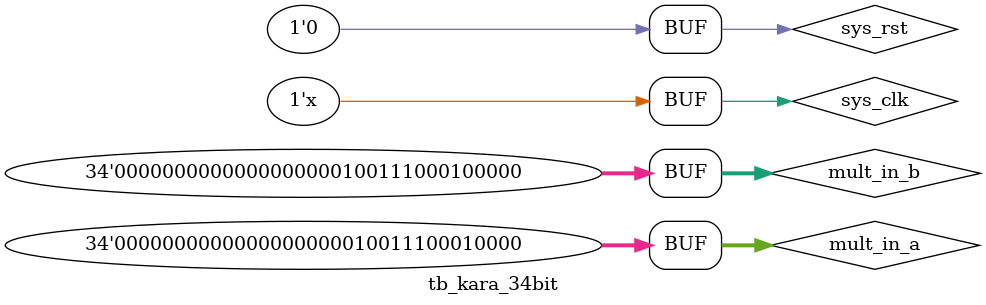
<source format=v>
`timescale 1ns / 100ps


module tb_kara_34bit(

    );


reg     sys_clk;
reg     sys_rst;

reg     [33:0]      mult_in_a;
reg     [33:0]      mult_in_b;
wire    [67:0]      mult_out;


always #5 sys_clk = ~sys_clk;


initial begin
    sys_clk = 1'b0;
    sys_rst = 1'b0;


    sys_rst = 1'b1;

    #200
    sys_rst = 1'b0;

    #10
    mult_in_a = 34'd7179869184;
    mult_in_b = 34'd7179856789;

    #10
    mult_in_a = 34'd5435389;
    mult_in_b = 34'd5869054;

    #10
    mult_in_a = 34'd3500;
    mult_in_b = 34'd2000;

    #10
    mult_in_a = 34'd10000;
    mult_in_b = 34'd20000;

end


kara_mult_34bit uut_kara_mult_34bit (

    .clk        (sys_clk    ),
    .rst        (sys_rst    ),
    .mult_in_a  (mult_in_a  ),
    .mult_in_b  (mult_in_b  ),
    .mult_out   (mult_out   )


    );


endmodule

</source>
